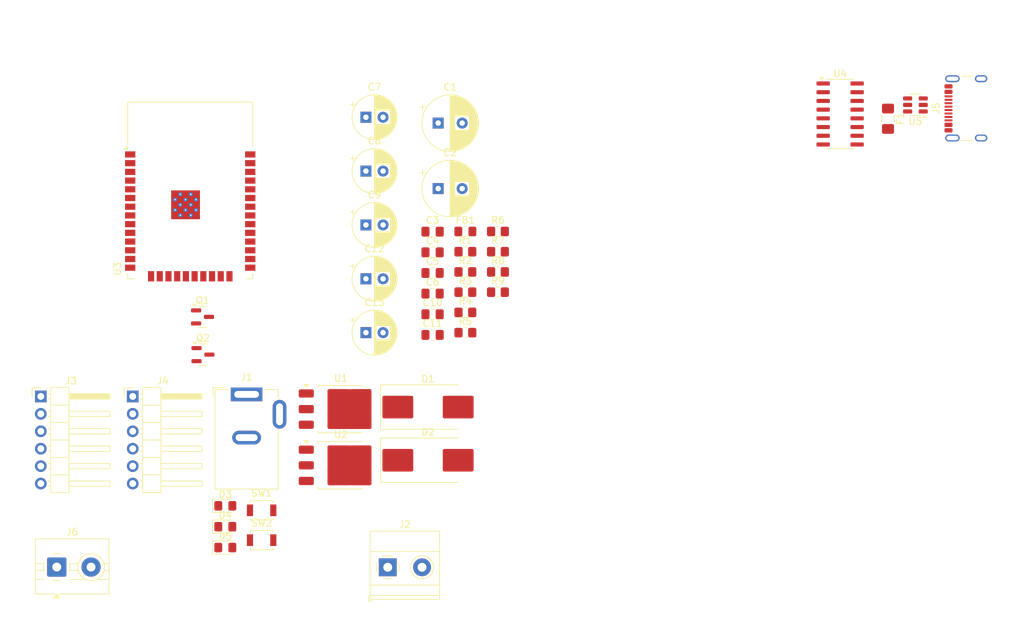
<source format=kicad_pcb>
(kicad_pcb (version 20241229) (generator "pcbnew") (generator_version "9.0")
  (layers (0 "F.Cu" signal) (2 "B.Cu" signal) (13 "F.Paste" user) (15 "B.Paste" user) (5 "F.SilkS" user "F.Silkscreen") (7 "B.SilkS" user "B.Silkscreen") (1 "F.Mask" user) (3 "B.Mask" user) (25 "Edge.Cuts" user))
  (net 0 "")
  (net 1 "GNDREF")
  (net 2 "+12V")
  (net 3 "+5V")
  (net 4 "+3.3V")
  (net 5 "Net-(U3-VDD)")
  (net 6 "Net-(D1-A)")
  (net 7 "Net-(D2-A)")
  (net 8 "Net-(D3-A)")
  (net 9 "Net-(D4-A)")
  (net 10 "Net-(D5-A)")
  (net 11 "/TXD2")
  (net 14 "/RXD2")
  (net 15 "/Rx")
  (net 16 "/En")
  (net 17 "/Tx")
  (net 18 "/Boot")
  (net 19 "Net-(U3-IO2)")
  (net 47 "/+5v Bus")
  (net 48 "Net-(J6-Pin_2)")
  (net 49 "Net-(J5-CC1)")
  (net 50 "Net-(J5-CC2)")
  (net 52 "Net-(J5-D+-PadA6)")
  (net 54 "Net-(J5-D--PadA7)")
  (net 55 "Net-(Q1-B)")
  (net 56 "/RTS")
  (net 57 "Net-(Q2-B)")
  (net 58 "/DTR")
  (net 63 "/D_N")
  (net 66 "/D_P")
  (footprint "LED_SMD:LED_0805_2012Metric_Pad1.15x1.40mm_HandSolder" (layer "F.Cu") (at 78.82 118.16)
    (property "Reference" "D4" (at 0 -1.65 0) (layer "F.SilkS"))
    (property "Value" "Red_0805")
    (pad "1" smd roundrect (at -1.025 0) (size 1.15 1.4) (layers "F.Cu" "F.Mask" "F.Paste") (roundrect_rratio 0.217391) (net 1 "GNDREF"))
    (pad "2" smd roundrect (at 1.025 0) (size 1.15 1.4) (layers "F.Cu" "F.Mask" "F.Paste") (roundrect_rratio 0.217391) (net 9 "Net-(D4-A)"))
  )
  (footprint "Resistor_SMD:R_0805_2012Metric_Pad1.20x1.40mm_HandSolder" (layer "F.Cu") (at 113.815 89.875)
    (property "Reference" "R5" (at 0 -1.65 0) (layer "F.SilkS"))
    (property "Value" "470_0805")
    (pad "1" smd roundrect (at -1 0) (size 1.2 1.4) (layers "F.Cu" "F.Mask" "F.Paste") (roundrect_rratio 0.208333) (net 10 "Net-(D5-A)"))
    (pad "2" smd roundrect (at 1 0) (size 1.2 1.4) (layers "F.Cu" "F.Mask" "F.Paste") (roundrect_rratio 0.208333) (net 19 "Net-(U3-IO2)"))
  )
  (footprint "Capacitor_THT:CP_Radial_D8.0mm_P3.50mm" (layer "F.Cu") (at 109.8497 68.875)
    (property "Reference" "C2" (at 1.75 -5.25 0) (layer "F.SilkS"))
    (property "Value" "100uF/25V_THT")
    (pad "1" thru_hole rect (at 0 0) (size 1.6 1.6) (drill 0.8) (layers "*.Cu" "*.Mask") (net 3 "+5V"))
    (pad "2" thru_hole circle (at 3.5 0) (size 1.6 1.6) (drill 0.8) (layers "*.Cu" "*.Mask") (net 1 "GNDREF"))
  )
  (footprint "Capacitor_THT:CP_Radial_D6.3mm_P2.50mm" (layer "F.Cu") (at 99.3176 89.875)
    (property "Reference" "C13" (at 1.25 -4.4 0) (layer "F.SilkS"))
    (property "Value" "10uF")
    (pad "1" thru_hole rect (at 0 0) (size 1.6 1.6) (drill 0.8) (layers "*.Cu" "*.Mask") (net 47 "/+5v Bus"))
    (pad "2" thru_hole circle (at 2.5 0) (size 1.6 1.6) (drill 0.8) (layers "*.Cu" "*.Mask") (net 1 "GNDREF"))
  )
  (footprint "Capacitor_THT:CP_Radial_D6.3mm_P2.50mm" (layer "F.Cu") (at 99.3176 82.025)
    (property "Reference" "C12" (at 1.25 -4.4 0) (layer "F.SilkS"))
    (property "Value" "10uF")
    (pad "1" thru_hole rect (at 0 0) (size 1.6 1.6) (drill 0.8) (layers "*.Cu" "*.Mask") (net 4 "+3.3V"))
    (pad "2" thru_hole circle (at 2.5 0) (size 1.6 1.6) (drill 0.8) (layers "*.Cu" "*.Mask") (net 1 "GNDREF"))
  )
  (footprint "Capacitor_SMD:C_0805_2012Metric_Pad1.18x1.45mm_HandSolder" (layer "F.Cu") (at 109.035 87.195)
    (property "Reference" "C10" (at 0 -1.68 0) (layer "F.SilkS"))
    (property "Value" "0.1uF_0805")
    (pad "1" smd roundrect (at -1.0375 0) (size 1.175 1.45) (layers "F.Cu" "F.Mask" "F.Paste") (roundrect_rratio 0.212766) (net 5 "Net-(U3-VDD)"))
    (pad "2" smd roundrect (at 1.0375 0) (size 1.175 1.45) (layers "F.Cu" "F.Mask" "F.Paste") (roundrect_rratio 0.212766) (net 1 "GNDREF"))
  )
  (footprint "Resistor_SMD:R_0805_2012Metric_Pad1.20x1.40mm_HandSolder" (layer "F.Cu") (at 118.565 75.125)
    (property "Reference" "R6" (at 0 -1.65 0) (layer "F.SilkS"))
    (property "Value" "10k_0805")
    (pad "1" smd roundrect (at -1 0) (size 1.2 1.4) (layers "F.Cu" "F.Mask" "F.Paste") (roundrect_rratio 0.208333) (net 55 "Net-(Q1-B)"))
    (pad "2" smd roundrect (at 1 0) (size 1.2 1.4) (layers "F.Cu" "F.Mask" "F.Paste") (roundrect_rratio 0.208333) (net 58 "/DTR"))
  )
  (footprint "LED_SMD:LED_0805_2012Metric_Pad1.15x1.40mm_HandSolder" (layer "F.Cu") (at 78.82 121.2)
    (property "Reference" "D5" (at 0 -1.65 0) (layer "F.SilkS"))
    (property "Value" "Red_0805")
    (pad "1" smd roundrect (at -1.025 0) (size 1.15 1.4) (layers "F.Cu" "F.Mask" "F.Paste") (roundrect_rratio 0.217391) (net 1 "GNDREF"))
    (pad "2" smd roundrect (at 1.025 0) (size 1.15 1.4) (layers "F.Cu" "F.Mask" "F.Paste") (roundrect_rratio 0.217391) (net 10 "Net-(D5-A)"))
  )
  (footprint "Capacitor_SMD:C_0805_2012Metric_Pad1.18x1.45mm_HandSolder" (layer "F.Cu") (at 109.035 78.165)
    (property "Reference" "C4" (at 0 -1.68 0) (layer "F.SilkS"))
    (property "Value" "0.1uF_0805")
    (pad "1" smd roundrect (at -1.0375 0) (size 1.175 1.45) (layers "F.Cu" "F.Mask" "F.Paste") (roundrect_rratio 0.212766) (net 3 "+5V"))
    (pad "2" smd roundrect (at 1.0375 0) (size 1.175 1.45) (layers "F.Cu" "F.Mask" "F.Paste") (roundrect_rratio 0.212766) (net 1 "GNDREF"))
  )
  (footprint "Package_TO_SOT_SMD:SOT-23" (layer "F.Cu") (at 75.5 87.58)
    (property "Reference" "Q1" (at 0 -2.4 0) (layer "F.SilkS"))
    (property "Value" "BC817")
    (pad "1" smd roundrect (at -0.9375 -0.95) (size 1.475 0.6) (layers "F.Cu" "F.Mask" "F.Paste") (net 55 "Net-(Q1-B)"))
    (pad "2" smd roundrect (at -0.9375 0.95) (size 1.475 0.6) (layers "F.Cu" "F.Mask" "F.Paste") (net 56 "/RTS"))
    (pad "3" smd roundrect (at 0.9375 0) (size 1.475 0.6) (layers "F.Cu" "F.Mask" "F.Paste") (net 16 "/En"))
  )
  (footprint "Capacitor_THT:CP_Radial_D6.3mm_P2.50mm" (layer "F.Cu") (at 99.3176 58.475)
    (property "Reference" "C7" (at 1.25 -4.4 0) (layer "F.SilkS"))
    (property "Value" "10uF/25V_THT")
    (pad "1" thru_hole rect (at 0 0) (size 1.6 1.6) (drill 0.8) (layers "*.Cu" "*.Mask") (net 3 "+5V"))
    (pad "2" thru_hole circle (at 2.5 0) (size 1.6 1.6) (drill 0.8) (layers "*.Cu" "*.Mask") (net 1 "GNDREF"))
  )
  (footprint "Resistor_SMD:R_0805_2012Metric_Pad1.20x1.40mm_HandSolder" (layer "F.Cu") (at 118.565 83.975)
    (property "Reference" "R9" (at 0 -1.65 0) (layer "F.SilkS"))
    (property "Value" "10k_0805")
    (pad "1" smd roundrect (at -1 0) (size 1.2 1.4) (layers "F.Cu" "F.Mask" "F.Paste") (roundrect_rratio 0.208333) (net 1 "GNDREF"))
    (pad "2" smd roundrect (at 1 0) (size 1.2 1.4) (layers "F.Cu" "F.Mask" "F.Paste") (roundrect_rratio 0.208333) (net 50 "Net-(J5-CC2)"))
  )
  (footprint "Connector_USB:USB_C_Receptacle_GCT_USB4105-xx-A_16P_TopMnt_Horizontal" (layer "F.Cu") (at 187.925 57.18 90)
    (property "Reference" "J5" (at 0 -5.5 90) (layer "F.SilkS"))
    (property "Value" "USB_C_Receptacle_USB2.0_16P")
    (pad "" np_thru_hole circle (at -2.89 -2.605 90) (size 0.65 0.65) (drill 0.65) (layers "*.Cu" "*.Mask"))
    (pad "" np_thru_hole circle (at 2.89 -2.605 90) (size 0.65 0.65) (drill 0.65) (layers "*.Cu" "*.Mask"))
    (pad "A1" smd roundrect (at -3.2 -3.68 90) (size 0.6 1.15) (layers "F.Cu" "F.Mask" "F.Paste") (net 1 "GNDREF"))
    (pad "A4" smd roundrect (at -2.4 -3.68 90) (size 0.6 1.15) (layers "F.Cu" "F.Mask" "F.Paste") (net 47 "/+5v Bus"))
    (pad "A5" smd roundrect (at -1.25 -3.68 90) (size 0.3 1.15) (layers "F.Cu" "F.Mask" "F.Paste") (net 49 "Net-(J5-CC1)"))
    (pad "A6" smd roundrect (at -0.25 -3.68 90) (size 0.3 1.15) (layers "F.Cu" "F.Mask" "F.Paste") (net 52 "Net-(J5-D+-PadA6)"))
    (pad "A7" smd roundrect (at 0.25 -3.68 90) (size 0.3 1.15) (layers "F.Cu" "F.Mask" "F.Paste") (net 54 "Net-(J5-D--PadA7)"))
    (pad "A8" smd roundrect (at 1.25 -3.68 90) (size 0.3 1.15) (layers "F.Cu" "F.Mask" "F.Paste"))
    (pad "A9" smd roundrect (at 2.4 -3.68 90) (size 0.6 1.15) (layers "F.Cu" "F.Mask" "F.Paste") (net 47 "/+5v Bus"))
    (pad "A12" smd roundrect (at 3.2 -3.68 90) (size 0.6 1.15) (layers "F.Cu" "F.Mask" "F.Paste") (net 1 "GNDREF"))
    (pad "B1" smd roundrect (at 3.2 -3.68 90) (size 0.6 1.15) (layers "F.Cu" "F.Mask" "F.Paste") (net 1 "GNDREF"))
    (pad "B4" smd roundrect (at 2.4 -3.68 90) (size 0.6 1.15) (layers "F.Cu" "F.Mask" "F.Paste") (net 47 "/+5v Bus"))
    (pad "B5" smd roundrect (at 1.75 -3.68 90) (size 0.3 1.15) (layers "F.Cu" "F.Mask" "F.Paste") (net 50 "Net-(J5-CC2)"))
    (pad "B6" smd roundrect (at 0.75 -3.68 90) (size 0.3 1.15) (layers "F.Cu" "F.Mask" "F.Paste") (net 52 "Net-(J5-D+-PadA6)"))
    (pad "B7" smd roundrect (at -0.75 -3.68 90) (size 0.3 1.15) (layers "F.Cu" "F.Mask" "F.Paste") (net 54 "Net-(J5-D--PadA7)"))
    (pad "B8" smd roundrect (at -1.75 -3.68 90) (size 0.3 1.15) (layers "F.Cu" "F.Mask" "F.Paste"))
    (pad "B9" smd roundrect (at -2.4 -3.68 90) (size 0.6 1.15) (layers "F.Cu" "F.Mask" "F.Paste") (net 47 "/+5v Bus"))
    (pad "B12" smd roundrect (at -3.2 -3.68 90) (size 0.6 1.15) (layers "F.Cu" "F.Mask" "F.Paste") (net 1 "GNDREF"))
    (pad "S1" thru_hole oval (at -4.32 -3.105 90) (size 1 2.1) (drill oval 0.6 1.7) (property pad_prop_heatsink) (layers "*.Cu" "*.Mask" "F.Paste") (net 1 "GNDREF"))
    (pad "S1" thru_hole oval (at -4.32 1.075 90) (size 1 1.8) (drill oval 0.6 1.4) (property pad_prop_heatsink) (layers "*.Cu" "*.Mask" "F.Paste") (net 1 "GNDREF"))
    (pad "S1" thru_hole oval (at 4.32 -3.105 90) (size 1 2.1) (drill oval 0.6 1.7) (property pad_prop_heatsink) (layers "*.Cu" "*.Mask" "F.Paste") (net 1 "GNDREF"))
    (pad "S1" thru_hole oval (at 4.32 1.075 90) (size 1 1.8) (drill oval 0.6 1.4) (property pad_prop_heatsink) (layers "*.Cu" "*.Mask" "F.Paste") (net 1 "GNDREF"))
  )
  (footprint "Package_TO_SOT_SMD:TO-252-3_TabPin2" (layer "F.Cu") (at 95.665 109.215)
    (property "Reference" "U2" (at 0 -4.5 0) (layer "F.SilkS"))
    (property "Value" "LM1117MP-3.3")
    (pad "1" smd roundrect (at -5.04 -2.28) (size 2.2 1.2) (layers "F.Cu" "F.Mask" "F.Paste") (roundrect_rratio 0.208333) (net 1 "GNDREF"))
    (pad "2" smd roundrect (at -5.04 0) (size 2.2 1.2) (layers "F.Cu" "F.Mask" "F.Paste") (roundrect_rratio 0.208333) (net 4 "+3.3V"))
    (pad "2" smd roundrect (at -0.415 -1.525) (size 3.05 2.75) (layers "F.Cu" "F.Paste") (roundrect_rratio 0.090909) (net 4 "+3.3V"))
    (pad "2" smd roundrect (at -0.415 1.525) (size 3.05 2.75) (layers "F.Cu" "F.Paste") (roundrect_rratio 0.090909) (net 4 "+3.3V"))
    (pad "2" smd roundrect (at 1.26 0) (size 6.4 5.8) (layers "F.Cu" "F.Mask") (roundrect_rratio 0.043103) (net 4 "+3.3V"))
    (pad "2" smd roundrect (at 2.935 -1.525) (size 3.05 2.75) (layers "F.Cu" "F.Paste") (roundrect_rratio 0.090909) (net 4 "+3.3V"))
    (pad "2" smd roundrect (at 2.935 1.525) (size 3.05 2.75) (layers "F.Cu" "F.Paste") (roundrect_rratio 0.090909) (net 4 "+3.3V"))
    (pad "3" smd roundrect (at -5.04 2.28) (size 2.2 1.2) (layers "F.Cu" "F.Mask" "F.Paste") (roundrect_rratio 0.208333) (net 3 "+5V"))
  )
  (footprint "Resistor_SMD:R_0805_2012Metric_Pad1.20x1.40mm_HandSolder" (layer "F.Cu") (at 113.815 81.025)
    (property "Reference" "R2" (at 0 -1.65 0) (layer "F.SilkS"))
    (property "Value" "470_0805")
    (pad "1" smd roundrect (at -1 0) (size 1.2 1.4) (layers "F.Cu" "F.Mask" "F.Paste") (roundrect_rratio 0.208333) (net 4 "+3.3V"))
    (pad "2" smd roundrect (at 1 0) (size 1.2 1.4) (layers "F.Cu" "F.Mask" "F.Paste") (roundrect_rratio 0.208333) (net 9 "Net-(D4-A)"))
  )
  (footprint "Inductor_SMD:L_0805_2012Metric_Pad1.15x1.40mm_HandSolder" (layer "F.Cu") (at 113.815 75.125)
    (property "Reference" "FB1" (at 0 -1.65 0) (layer "F.SilkS"))
    (property "Value" "FerriteBead")
    (pad "1" smd roundrect (at -1.025 0) (size 1.15 1.4) (layers "F.Cu" "F.Mask" "F.Paste") (roundrect_rratio 0.217391) (net 4 "+3.3V"))
    (pad "2" smd roundrect (at 1.025 0) (size 1.15 1.4) (layers "F.Cu" "F.Mask" "F.Paste") (roundrect_rratio 0.217391) (net 5 "Net-(U3-VDD)"))
  )
  (footprint "Button_Switch_SMD:SW_SPST_B3U-1000P-B" (layer "F.Cu") (at 84.115 120.125)
    (property "Reference" "SW2" (at 0 -2.5 0) (layer "F.SilkS"))
    (property "Value" "SW_Push")
    (pad "" np_thru_hole circle (at 0 0) (size 0.8 0.8) (drill 0.8) (layers "*.Cu" "*.Mask"))
    (pad "1" smd rect (at -1.7 0) (size 0.9 1.7) (layers "F.Cu" "F.Mask" "F.Paste") (net 18 "/Boot"))
    (pad "2" smd rect (at 1.7 0) (size 0.9 1.7) (layers "F.Cu" "F.Mask" "F.Paste") (net 1 "GNDREF"))
  )
  (footprint "Package_TO_SOT_SMD:SOT-23-6" (layer "F.Cu") (at 179.425 56.68 180)
    (property "Reference" "U5" (at 0 -2.4 0) (layer "F.SilkS"))
    (property "Value" "WE-TVS-82400102")
    (pad "1" smd roundrect (at -1.1375 -0.95 180) (size 1.325 0.6) (layers "F.Cu" "F.Mask" "F.Paste") (net 54 "Net-(J5-D--PadA7)"))
    (pad "2" smd roundrect (at -1.1375 0 180) (size 1.325 0.6) (layers "F.Cu" "F.Mask" "F.Paste") (net 1 "GNDREF"))
    (pad "3" smd roundrect (at -1.1375 0.95 180) (size 1.325 0.6) (layers "F.Cu" "F.Mask" "F.Paste") (net 52 "Net-(J5-D+-PadA6)"))
    (pad "4" smd roundrect (at 1.1375 0.95 180) (size 1.325 0.6) (layers "F.Cu" "F.Mask" "F.Paste") (net 66 "/D_P"))
    (pad "5" smd roundrect (at 1.1375 0 180) (size 1.325 0.6) (layers "F.Cu" "F.Mask" "F.Paste") (net 47 "/+5v Bus"))
    (pad "6" smd roundrect (at 1.1375 -0.95 180) (size 1.325 0.6) (layers "F.Cu" "F.Mask" "F.Paste") (net 63 "/D_N"))
  )
  (footprint "Connector_PinHeader_2.54mm:PinHeader_1x06_P2.54mm_Horizontal" (layer "F.Cu") (at 51.925 99.175)
    (property "Reference" "J3" (at 4.385 -2.27 0) (layer "F.SilkS"))
    (property "Value" "DWIN interface")
    (pad "1" thru_hole rect (at 0 0) (size 1.7 1.7) (drill 1) (layers "*.Cu" "*.Mask") (net 3 "+5V"))
    (pad "2" thru_hole oval (at 0 2.54) (size 1.7 1.7) (drill 1) (layers "*.Cu" "*.Mask"))
    (pad "3" thru_hole oval (at 0 5.08) (size 1.7 1.7) (drill 1) (layers "*.Cu" "*.Mask") (net 11 "/TXD2"))
    (pad "4" thru_hole oval (at 0 7.62) (size 1.7 1.7) (drill 1) (layers "*.Cu" "*.Mask") (net 14 "/RXD2"))
    (pad "5" thru_hole oval (at 0 10.16) (size 1.7 1.7) (drill 1) (layers "*.Cu" "*.Mask"))
    (pad "6" thru_hole oval (at 0 12.7) (size 1.7 1.7) (drill 1) (layers "*.Cu" "*.Mask") (net 1 "GNDREF"))
  )
  (footprint "Capacitor_THT:CP_Radial_D6.3mm_P2.50mm" (layer "F.Cu") (at 99.3176 66.325)
    (property "Reference" "C8" (at 1.25 -4.4 0) (layer "F.SilkS"))
    (property "Value" "10uF/25V_THT")
    (pad "1" thru_hole rect (at 0 0) (size 1.6 1.6) (drill 0.8) (layers "*.Cu" "*.Mask") (net 4 "+3.3V"))
    (pad "2" thru_hole circle (at 2.5 0) (size 1.6 1.6) (drill 0.8) (layers "*.Cu" "*.Mask") (net 1 "GNDREF"))
  )
  (footprint "Diode_SMD:D_SMC_Handsoldering" (layer "F.Cu") (at 108.37 108.475)
    (property "Reference" "D2" (at 0 -4.1 0) (layer "F.SilkS"))
    (property "Value" "SS54")
    (pad "1" smd roundrect (at -4.4 0 90) (size 3.3 4.5) (layers "F.Cu" "F.Mask" "F.Paste") (roundrect_rratio 0.0757575758) (net 3 "+5V"))
    (pad "2" smd roundrect (at 4.4 0 90) (size 3.3 4.5) (layers "F.Cu" "F.Mask" "F.Paste") (roundrect_rratio 0.0757575758) (net 7 "Net-(D2-A)"))
  )
  (footprint "Fuse:Fuse_1206_3216Metric_Pad1.42x1.75mm_HandSolder" (layer "F.Cu") (at 175.425 58.6925 -90)
    (property "Reference" "F1" (at 0 -1.82 90) (layer "F.SilkS"))
    (property "Value" "Polyfuse")
    (pad "1" smd roundrect (at -1.4875 0 270) (size 1.425 1.75) (layers "F.Cu" "F.Mask" "F.Paste") (roundrect_rratio 0.175439) (net 47 "/+5v Bus"))
    (pad "2" smd roundrect (at 1.4875 0 270) (size 1.425 1.75) (layers "F.Cu" "F.Mask" "F.Paste") (roundrect_rratio 0.175439) (net 48 "Net-(J6-Pin_2)"))
  )
  (footprint "Resistor_SMD:R_0805_2012Metric_Pad1.20x1.40mm_HandSolder" (layer "F.Cu") (at 113.815 83.975)
    (property "Reference" "R3" (at 0 -1.65 0) (layer "F.SilkS"))
    (property "Value" "10K_0805")
    (pad "1" smd roundrect (at -1 0) (size 1.2 1.4) (layers "F.Cu" "F.Mask" "F.Paste") (roundrect_rratio 0.208333) (net 5 "Net-(U3-VDD)"))
    (pad "2" smd roundrect (at 1 0) (size 1.2 1.4) (layers "F.Cu" "F.Mask" "F.Paste") (roundrect_rratio 0.208333) (net 16 "/En"))
  )
  (footprint "LED_SMD:LED_0805_2012Metric_Pad1.15x1.40mm_HandSolder" (layer "F.Cu") (at 78.82 115.12)
    (property "Reference" "D3" (at 0 -1.65 0) (layer "F.SilkS"))
    (property "Value" "Red_0805")
    (pad "1" smd roundrect (at -1.025 0) (size 1.15 1.4) (layers "F.Cu" "F.Mask" "F.Paste") (roundrect_rratio 0.217391) (net 1 "GNDREF"))
    (pad "2" smd roundrect (at 1.025 0) (size 1.15 1.4) (layers "F.Cu" "F.Mask" "F.Paste") (roundrect_rratio 0.217391) (net 8 "Net-(D3-A)"))
  )
  (footprint "Package_TO_SOT_SMD:SOT-23" (layer "F.Cu") (at 75.5625 93.08)
    (property "Reference" "Q2" (at 0 -2.4 0) (layer "F.SilkS"))
    (property "Value" "BC817")
    (pad "1" smd roundrect (at -0.9375 -0.95) (size 1.475 0.6) (layers "F.Cu" "F.Mask" "F.Paste") (net 57 "Net-(Q2-B)"))
    (pad "2" smd roundrect (at -0.9375 0.95) (size 1.475 0.6) (layers "F.Cu" "F.Mask" "F.Paste") (net 18 "/Boot"))
    (pad "3" smd roundrect (at 0.9375 0) (size 1.475 0.6) (layers "F.Cu" "F.Mask" "F.Paste") (net 58 "/DTR"))
  )
  (footprint "Capacitor_SMD:C_0805_2012Metric_Pad1.18x1.45mm_HandSolder" (layer "F.Cu") (at 109.035 90.205)
    (property "Reference" "C11" (at 0 -1.68 0) (layer "F.SilkS"))
    (property "Value" "0.1uF_0805")
    (pad "1" smd roundrect (at -1.0375 0) (size 1.175 1.45) (layers "F.Cu" "F.Mask" "F.Paste") (roundrect_rratio 0.212766) (net 4 "+3.3V"))
    (pad "2" smd roundrect (at 1.0375 0) (size 1.175 1.45) (layers "F.Cu" "F.Mask" "F.Paste") (roundrect_rratio 0.212766) (net 1 "GNDREF"))
  )
  (footprint "Resistor_SMD:R_0805_2012Metric_Pad1.20x1.40mm_HandSolder" (layer "F.Cu") (at 113.815 86.925)
    (property "Reference" "R4" (at 0 -1.65 0) (layer "F.SilkS"))
    (property "Value" "10K_0805")
    (pad "1" smd roundrect (at -1 0) (size 1.2 1.4) (layers "F.Cu" "F.Mask" "F.Paste") (roundrect_rratio 0.208333) (net 5 "Net-(U3-VDD)"))
    (pad "2" smd roundrect (at 1 0) (size 1.2 1.4) (layers "F.Cu" "F.Mask" "F.Paste") (roundrect_rratio 0.208333) (net 18 "/Boot"))
  )
  (footprint "Capacitor_THT:CP_Radial_D6.3mm_P2.50mm" (layer "F.Cu") (at 99.3176 74.175)
    (property "Reference" "C9" (at 1.25 -4.4 0) (layer "F.SilkS"))
    (property "Value" "10uF")
    (pad "1" thru_hole rect (at 0 0) (size 1.6 1.6) (drill 0.8) (layers "*.Cu" "*.Mask") (net 5 "Net-(U3-VDD)"))
    (pad "2" thru_hole circle (at 2.5 0) (size 1.6 1.6) (drill 0.8) (layers "*.Cu" "*.Mask") (net 1 "GNDREF"))
  )
  (footprint "Connector_BarrelJack:BarrelJack_GCT_DCJ200-10-A_Horizontal" (layer "F.Cu") (at 81.925 98.875)
    (property "Reference" "J1" (at 0 -2.5 0) (layer "F.SilkS"))
    (property "Value" "12V DC")
    (pad "1" thru_hole rect (at 0 0) (size 4.6 2) (drill oval 3.6 1) (layers "*.Cu" "*.Mask") (net 6 "Net-(D1-A)"))
    (pad "2" thru_hole oval (at 0 6.3) (size 4.2 2) (drill oval 3.2 1) (layers "*.Cu" "*.Mask") (net 1 "GNDREF"))
    (pad "3" thru_hole oval (at 4.8 2.9) (size 2 4.2) (drill oval 1 3.2) (layers "*.Cu" "*.Mask"))
  )
  (footprint "Capacitor_SMD:C_0805_2012Metric_Pad1.18x1.45mm_HandSolder" (layer "F.Cu") (at 109.035 81.175)
    (property "Reference" "C5" (at 0 -1.68 0) (layer "F.SilkS"))
    (property "Value" "0.1uF_0805")
    (pad "1" smd roundrect (at -1.0375 0) (size 1.175 1.45) (layers "F.Cu" "F.Mask" "F.Paste") (roundrect_rratio 0.212766) (net 3 "+5V"))
    (pad "2" smd roundrect (at 1.0375 0) (size 1.175 1.45) (layers "F.Cu" "F.Mask" "F.Paste") (roundrect_rratio 0.212766) (net 1 "GNDREF"))
  )
  (footprint "Capacitor_THT:CP_Radial_D8.0mm_P3.50mm" (layer "F.Cu") (at 109.8497 59.325)
    (property "Reference" "C1" (at 1.75 -5.25 0) (layer "F.SilkS"))
    (property "Value" "100uF/63V_THT")
    (pad "1" thru_hole rect (at 0 0) (size 1.6 1.6) (drill 0.8) (layers "*.Cu" "*.Mask") (net 2 "+12V"))
    (pad "2" thru_hole circle (at 3.5 0) (size 1.6 1.6) (drill 0.8) (layers "*.Cu" "*.Mask") (net 1 "GNDREF"))
  )
  (footprint "Package_TO_SOT_SMD:TO-252-3_TabPin2" (layer "F.Cu") (at 95.665 101.02)
    (property "Reference" "U1" (at 0 -4.5 0) (layer "F.SilkS"))
    (property "Value" "LM1117MP-5")
    (pad "1" smd roundrect (at -5.04 -2.28) (size 2.2 1.2) (layers "F.Cu" "F.Mask" "F.Paste") (roundrect_rratio 0.208333) (net 1 "GNDREF"))
    (pad "2" smd roundrect (at -5.04 0) (size 2.2 1.2) (layers "F.Cu" "F.Mask" "F.Paste") (roundrect_rratio 0.208333) (net 3 "+5V"))
    (pad "2" smd roundrect (at -0.415 -1.525) (size 3.05 2.75) (layers "F.Cu" "F.Paste") (roundrect_rratio 0.090909) (net 3 "+5V"))
    (pad "2" smd roundrect (at -0.415 1.525) (size 3.05 2.75) (layers "F.Cu" "F.Paste") (roundrect_rratio 0.090909) (net 3 "+5V"))
    (pad "2" smd roundrect (at 1.26 0) (size 6.4 5.8) (layers "F.Cu" "F.Mask") (roundrect_rratio 0.043103) (net 3 "+5V"))
    (pad "2" smd roundrect (at 2.935 -1.525) (size 3.05 2.75) (layers "F.Cu" "F.Paste") (roundrect_rratio 0.090909) (net 3 "+5V"))
    (pad "2" smd roundrect (at 2.935 1.525) (size 3.05 2.75) (layers "F.Cu" "F.Paste") (roundrect_rratio 0.090909) (net 3 "+5V"))
    (pad "3" smd roundrect (at -5.04 2.28) (size 2.2 1.2) (layers "F.Cu" "F.Mask" "F.Paste") (roundrect_rratio 0.208333) (net 2 "+12V"))
  )
  (footprint "RF_Module:ESP32-WROOM-32" (layer "F.Cu") (at 73.705 72.1475)
    (property "Reference" "U3" (at -10.61 8.43 90) (layer "F.SilkS"))
    (property "Value" "ESP32-WROOM-32")
    (pad "1" smd rect (at -8.75 -8.25) (size 1.5 0.9) (layers "F.Cu" "F.Mask" "F.Paste") (net 1 "GNDREF"))
    (pad "2" smd rect (at -8.75 -6.98) (size 1.5 0.9) (layers "F.Cu" "F.Mask" "F.Paste") (net 5 "Net-(U3-VDD)"))
    (pad "3" smd rect (at -8.75 -5.71) (size 1.5 0.9) (layers "F.Cu" "F.Mask" "F.Paste") (net 16 "/En"))
    (pad "4" smd rect (at -8.75 -4.44) (size 1.5 0.9) (layers "F.Cu" "F.Mask" "F.Paste"))
    (pad "5" smd rect (at -8.75 -3.17) (size 1.5 0.9) (layers "F.Cu" "F.Mask" "F.Paste"))
    (pad "6" smd rect (at -8.75 -1.9) (size 1.5 0.9) (layers "F.Cu" "F.Mask" "F.Paste"))
    (pad "7" smd rect (at -8.75 -0.63) (size 1.5 0.9) (layers "F.Cu" "F.Mask" "F.Paste"))
    (pad "8" smd rect (at -8.75 0.64) (size 1.5 0.9) (layers "F.Cu" "F.Mask" "F.Paste"))
    (pad "9" smd rect (at -8.75 1.91) (size 1.5 0.9) (layers "F.Cu" "F.Mask" "F.Paste"))
    (pad "10" smd rect (at -8.75 3.18) (size 1.5 0.9) (layers "F.Cu" "F.Mask" "F.Paste"))
    (pad "11" smd rect (at -8.75 4.45) (size 1.5 0.9) (layers "F.Cu" "F.Mask" "F.Paste"))
    (pad "12" smd rect (at -8.75 5.72) (size 1.5 0.9) (layers "F.Cu" "F.Mask" "F.Paste"))
    (pad "13" smd rect (at -8.75 6.99) (size 1.5 0.9) (layers "F.Cu" "F.Mask" "F.Paste"))
    (pad "14" smd rect (at -8.75 8.26) (size 1.5 0.9) (layers "F.Cu" "F.Mask" "F.Paste"))
    (pad "15" smd rect (at -5.71 9.51 90) (size 1.5 0.9) (layers "F.Cu" "F.Mask" "F.Paste") (net 1 "GNDREF"))
    (pad "16" smd rect (at -4.44 9.51 90) (size 1.5 0.9) (layers "F.Cu" "F.Mask" "F.Paste"))
    (pad "17" smd rect (at -3.17 9.51 90) (size 1.5 0.9) (layers "F.Cu" "F.Mask" "F.Paste"))
    (pad "18" smd rect (at -1.9 9.51 90) (size 1.5 0.9) (layers "F.Cu" "F.Mask" "F.Paste"))
    (pad "19" smd rect (at -0.63 9.51 90) (size 1.5 0.9) (layers "F.Cu" "F.Mask" "F.Paste"))
    (pad "20" smd rect (at 0.64 9.51 90) (size 1.5 0.9) (layers "F.Cu" "F.Mask" "F.Paste"))
    (pad "21" smd rect (at 1.91 9.51 90) (size 1.5 0.9) (layers "F.Cu" "F.Mask" "F.Paste"))
    (pad "22" smd rect (at 3.18 9.51 90) (size 1.5 0.9) (layers "F.Cu" "F.Mask" "F.Paste"))
    (pad "23" smd rect (at 4.45 9.51 90) (size 1.5 0.9) (layers "F.Cu" "F.Mask" "F.Paste"))
    (pad "24" smd rect (at 5.72 9.51 90) (size 1.5 0.9) (layers "F.Cu" "F.Mask" "F.Paste") (net 19 "Net-(U3-IO2)"))
    (pad "25" smd rect (at 8.75 8.26) (size 1.5 0.9) (layers "F.Cu" "F.Mask" "F.Paste") (net 18 "/Boot"))
    (pad "26" smd rect (at 8.75 6.99) (size 1.5 0.9) (layers "F.Cu" "F.Mask" "F.Paste"))
    (pad "27" smd rect (at 8.75 5.72) (size 1.5 0.9) (layers "F.Cu" "F.Mask" "F.Paste") (net 14 "/RXD2"))
    (pad "28" smd rect (at 8.75 4.45) (size 1.5 0.9) (layers "F.Cu" "F.Mask" "F.Paste") (net 11 "/TXD2"))
    (pad "29" smd rect (at 8.75 3.18) (size 1.5 0.9) (layers "F.Cu" "F.Mask" "F.Paste"))
    (pad "30" smd rect (at 8.75 1.91) (size 1.5 0.9) (layers "F.Cu" "F.Mask" "F.Paste"))
    (pad "31" smd rect (at 8.75 0.64) (size 1.5 0.9) (layers "F.Cu" "F.Mask" "F.Paste"))
    (pad "32" smd rect (at 8.75 -0.63) (size 1.5 0.9) (layers "F.Cu" "F.Mask" "F.Paste"))
    (pad "33" smd rect (at 8.75 -1.9) (size 1.5 0.9) (layers "F.Cu" "F.Mask" "F.Paste"))
    (pad "34" smd rect (at 8.75 -3.17) (size 1.5 0.9) (layers "F.Cu" "F.Mask" "F.Paste") (net 15 "/Rx"))
    (pad "35" smd rect (at 8.75 -4.44) (size 1.5 0.9) (layers "F.Cu" "F.Mask" "F.Paste") (net 17 "/Tx"))
    (pad "36" smd rect (at 8.75 -5.71) (size 1.5 0.9) (layers "F.Cu" "F.Mask" "F.Paste"))
    (pad "37" smd rect (at 8.75 -6.98) (size 1.5 0.9) (layers "F.Cu" "F.Mask" "F.Paste"))
    (pad "38" smd rect (at 8.75 -8.25) (size 1.5 0.9) (layers "F.Cu" "F.Mask" "F.Paste") (net 1 "GNDREF"))
    (pad "39" smd rect (at -2.205 -2.435) (size 1.05 1.05) (layers "F.Cu" "F.Paste") (net 1 "GNDREF"))
    (pad "39" thru_hole circle (at -2.205 -1.6725) (size 0.6 0.6) (drill 0.2) (property pad_prop_heatsink) (layers "*.Cu" "F.Mask") (net 1 "GNDREF"))
    (pad "39" smd rect (at -2.205 -0.91) (size 1.05 1.05) (layers "F.Cu" "F.Paste") (net 1 "GNDREF"))
    (pad "39" thru_hole circle (at -2.205 -0.1475) (size 0.6 0.6) (drill 0.2) (property pad_prop_heatsink) (layers "*.Cu" "F.Mask") (net 1 "GNDREF"))
    (pad "39" smd rect (at -2.205 0.615) (size 1.05 1.05) (layers "F.Cu" "F.Paste") (net 1 "GNDREF"))
    (pad "39" thru_hole circle (at -1.4425 -2.435) (size 0.6 0.6) (drill 0.2) (property pad_prop_heatsink) (layers "*.Cu" "F.Mask") (net 1 "GNDREF"))
    (pad "39" thru_hole circle (at -1.4425 -0.91) (size 0.6 0.6) (drill 0.2) (property pad_prop_heatsink) (layers "*.Cu" "F.Mask") (net 1 "GNDREF"))
    (pad "39" thru_hole circle (at -1.4425 0.615) (size 0.6 0.6) (drill 0.2) (property pad_prop_heatsink) (layers "*.Cu" "F.Mask") (net 1 "GNDREF"))
    (pad "39" smd rect (at -0.68 -2.435) (size 1.05 1.05) (layers "F.Cu" "F.Paste") (net 1 "GNDREF"))
    (pad "39" thru_hole circle (at -0.68 -1.6725) (size 0.6 0.6) (drill 0.2) (property pad_prop_heatsink) (layers "*.Cu" "F.Mask") (net 1 "GNDREF"))
    (pad "39" smd rect (at -0.68 -0.91) (size 1.05 1.05) (layers "F.Cu" "F.Paste") (net 1 "GNDREF"))
    (pad "39" smd rect (at -0.68 -0.91) (size 4.2 4.2) (property pad_prop_heatsink) (layers "F.Cu" "F.Mask") (net 1 "GNDREF"))
    (pad "39" thru_hole circle (at -0.68 -0.1475) (size 0.6 0.6) (drill 0.2) (property pad_prop_heatsink) (layers "*.Cu" "F.Mask") (net 1 "GNDREF"))
    (pad "39" smd rect (at -0.68 0.615) (size 1.05 1.05) (layers "F.Cu" "F.Paste") (net 1 "GNDREF"))
    (pad "39" thru_hole circle (at 0.0825 -2.435) (size 0.6 0.6) (drill 0.2) (property pad_prop_heatsink) (layers "*.Cu" "F.Mask") (net 1 "GNDREF"))
    (pad "39" thru_hole circle (at 0.0825 -0.91) (size 0.6 0.6) (drill 0.2) (property pad_prop_heatsink) (layers "*.Cu" "F.Mask") (net 1 "GNDREF"))
    (pad "39" thru_hole circle (at 0.0825 0.615) (size 0.6 0.6) (drill 0.2) (property pad_prop_heatsink) (layers "*.Cu" "F.Mask") (net 1 "GNDREF"))
    (pad "39" smd rect (at 0.845 -2.435) (size 1.05 1.05) (layers "F.Cu" "F.Paste") (net 1 "GNDREF"))
    (pad "39" thru_hole circle (at 0.845 -1.6725) (size 0.6 0.6) (drill 0.2) (property pad_prop_heatsink) (layers "*.Cu" "F.Mask") (net 1 "GNDREF"))
    (pad "39" smd rect (at 0.845 -0.91) (size 1.05 1.05) (layers "F.Cu" "F.Paste") (net 1 "GNDREF"))
    (pad "39" thru_hole circle (at 0.845 -0.1475) (size 0.6 0.6) (drill 0.2) (property pad_prop_heatsink) (layers "*.Cu" "F.Mask") (net 1 "GNDREF"))
    (pad "39" smd rect (at 0.845 0.615) (size 1.05 1.05) (layers "F.Cu" "F.Paste") (net 1 "GNDREF"))
  )
  (footprint "Diode_SMD:D_SMC_Handsoldering" (layer "F.Cu") (at 108.37 100.725)
    (property "Reference" "D1" (at 0 -4.1 0) (layer "F.SilkS"))
    (property "Value" "SS54")
    (pad "1" smd roundrect (at -4.4 0 90) (size 3.3 4.5) (layers "F.Cu" "F.Mask" "F.Paste") (roundrect_rratio 0.0757575758) (net 2 "+12V"))
    (pad "2" smd roundrect (at 4.4 0 90) (size 3.3 4.5) (layers "F.Cu" "F.Mask" "F.Paste") (roundrect_rratio 0.0757575758) (net 6 "Net-(D1-A)"))
  )
  (footprint "Capacitor_SMD:C_0805_2012Metric_Pad1.18x1.45mm_HandSolder" (layer "F.Cu") (at 109.035 75.155)
    (property "Reference" "C3" (at 0 -1.68 0) (layer "F.SilkS"))
    (property "Value" "0.1uF_0805")
    (pad "1" smd roundrect (at -1.0375 0) (size 1.175 1.45) (layers "F.Cu" "F.Mask" "F.Paste") (roundrect_rratio 0.212766) (net 2 "+12V"))
    (pad "2" smd roundrect (at 1.0375 0) (size 1.175 1.45) (layers "F.Cu" "F.Mask" "F.Paste") (roundrect_rratio 0.212766) (net 1 "GNDREF"))
  )
  (footprint "Capacitor_SMD:C_0805_2012Metric_Pad1.18x1.45mm_HandSolder" (layer "F.Cu") (at 109.035 84.185)
    (property "Reference" "C6" (at 0 -1.68 0) (layer "F.SilkS"))
    (property "Value" "0.1uF_0805")
    (pad "1" smd roundrect (at -1.0375 0) (size 1.175 1.45) (layers "F.Cu" "F.Mask" "F.Paste") (roundrect_rratio 0.212766) (net 4 "+3.3V"))
    (pad "2" smd roundrect (at 1.0375 0) (size 1.175 1.45) (layers "F.Cu" "F.Mask" "F.Paste") (roundrect_rratio 0.212766) (net 1 "GNDREF"))
  )
  (footprint "Resistor_SMD:R_0805_2012Metric_Pad1.20x1.40mm_HandSolder" (layer "F.Cu") (at 113.815 78.075)
    (property "Reference" "R1" (at 0 -1.65 0) (layer "F.SilkS"))
    (property "Value" "470_0805")
    (pad "1" smd roundrect (at -1 0) (size 1.2 1.4) (layers "F.Cu" "F.Mask" "F.Paste") (roundrect_rratio 0.208333) (net 3 "+5V"))
    (pad "2" smd roundrect (at 1 0) (size 1.2 1.4) (layers "F.Cu" "F.Mask" "F.Paste") (roundrect_rratio 0.208333) (net 8 "Net-(D3-A)"))
  )
  (footprint "TerminalBlock_Phoenix:TerminalBlock_Phoenix_MKDS-1,5-2_1x02_P5.00mm_Horizontal" (layer "F.Cu") (at 102.5 124.08)
    (property "Reference" "J2" (at 2.5 -6.26 0) (layer "F.SilkS"))
    (property "Value" "5V DC")
    (pad "1" thru_hole rect (at 0 0) (size 2.6 2.6) (drill 1.3) (layers "*.Cu" "*.Mask") (net 7 "Net-(D2-A)"))
    (pad "2" thru_hole circle (at 5 0) (size 2.6 2.6) (drill 1.3) (layers "*.Cu" "*.Mask") (net 1 "GNDREF"))
  )
  (footprint "Button_Switch_SMD:SW_SPST_B3U-1000P-B" (layer "F.Cu") (at 84.115 115.775)
    (property "Reference" "SW1" (at 0 -2.5 0) (layer "F.SilkS"))
    (property "Value" "SW_Push")
    (pad "" np_thru_hole circle (at 0 0) (size 0.8 0.8) (drill 0.8) (layers "*.Cu" "*.Mask"))
    (pad "1" smd rect (at -1.7 0) (size 0.9 1.7) (layers "F.Cu" "F.Mask" "F.Paste") (net 1 "GNDREF"))
    (pad "2" smd rect (at 1.7 0) (size 0.9 1.7) (layers "F.Cu" "F.Mask" "F.Paste") (net 16 "/En"))
  )
  (footprint "Connector_PinHeader_2.54mm:PinHeader_1x06_P2.54mm_Horizontal" (layer "F.Cu") (at 65.325 99.175)
    (property "Reference" "J4" (at 4.385 -2.27 0) (layer "F.SilkS"))
    (property "Value" "Programming Interface")
    (pad "1" thru_hole rect (at 0 0) (size 1.7 1.7) (drill 1) (layers "*.Cu" "*.Mask") (net 18 "/Boot"))
    (pad "2" thru_hole oval (at 0 2.54) (size 1.7 1.7) (drill 1) (layers "*.Cu" "*.Mask") (net 15 "/Rx"))
    (pad "3" thru_hole oval (at 0 5.08) (size 1.7 1.7) (drill 1) (layers "*.Cu" "*.Mask") (net 17 "/Tx"))
    (pad "4" thru_hole oval (at 0 7.62) (size 1.7 1.7) (drill 1) (layers "*.Cu" "*.Mask") (net 16 "/En"))
    (pad "5" thru_hole oval (at 0 10.16) (size 1.7 1.7) (drill 1) (layers "*.Cu" "*.Mask") (net 4 "+3.3V"))
    (pad "6" thru_hole oval (at 0 12.7) (size 1.7 1.7) (drill 1) (layers "*.Cu" "*.Mask") (net 1 "GNDREF"))
  )
  (footprint "Resistor_SMD:R_0805_2012Metric_Pad1.20x1.40mm_HandSolder" (layer "F.Cu") (at 118.565 81.025)
    (property "Reference" "R8" (at 0 -1.65 0) (layer "F.SilkS"))
    (property "Value" "10k_0805")
    (pad "1" smd roundrect (at -1 0) (size 1.2 1.4) (layers "F.Cu" "F.Mask" "F.Paste") (roundrect_rratio 0.208333) (net 1 "GNDREF"))
    (pad "2" smd roundrect (at 1 0) (size 1.2 1.4) (layers "F.Cu" "F.Mask" "F.Paste") (roundrect_rratio 0.208333) (net 49 "Net-(J5-CC1)"))
  )
  (footprint "Package_SO:SOIC-16_3.9x9.9mm_P1.27mm" (layer "F.Cu") (at 168.45 58)
    (property "Reference" "U4" (at 0 -5.9 0) (layer "F.SilkS"))
    (property "Value" "CH340C")
    (pad "1" smd roundrect (at -2.475 -4.445) (size 1.95 0.6) (layers "F.Cu" "F.Mask" "F.Paste") (net 1 "GNDREF"))
    (pad "2" smd roundrect (at -2.475 -3.175) (size 1.95 0.6) (layers "F.Cu" "F.Mask" "F.Paste") (net 15 "/Rx"))
    (pad "3" smd roundrect (at -2.475 -1.905) (size 1.95 0.6) (layers "F.Cu" "F.Mask" "F.Paste") (net 17 "/Tx"))
    (pad "4" smd roundrect (at -2.475 -0.635) (size 1.95 0.6) (layers "F.Cu" "F.Mask" "F.Paste") (net 4 "+3.3V"))
    (pad "5" smd roundrect (at -2.475 0.635) (size 1.95 0.6) (layers "F.Cu" "F.Mask" "F.Paste") (net 66 "/D_P"))
    (pad "6" smd roundrect (at -2.475 1.905) (size 1.95 0.6) (layers "F.Cu" "F.Mask" "F.Paste") (net 63 "/D_N"))
    (pad "7" smd roundrect (at -2.475 3.175) (size 1.95 0.6) (layers "F.Cu" "F.Mask" "F.Paste"))
    (pad "8" smd roundrect (at -2.475 4.445) (size 1.95 0.6) (layers "F.Cu" "F.Mask" "F.Paste"))
    (pad "9" smd roundrect (at 2.475 4.445) (size 1.95 0.6) (layers "F.Cu" "F.Mask" "F.Paste"))
    (pad "10" smd roundrect (at 2.475 3.175) (size 1.95 0.6) (layers "F.Cu" "F.Mask" "F.Paste"))
    (pad "11" smd roundrect (at 2.475 1.905) (size 1.95 0.6) (layers "F.Cu" "F.Mask" "F.Paste"))
    (pad "12" smd roundrect (at 2.475 0.635) (size 1.95 0.6) (layers "F.Cu" "F.Mask" "F.Paste"))
    (pad "13" smd roundrect (at 2.475 -0.635) (size 1.95 0.6) (layers "F.Cu" "F.Mask" "F.Paste") (net 58 "/DTR"))
    (pad "14" smd roundrect (at 2.475 -1.905) (size 1.95 0.6) (layers "F.Cu" "F.Mask" "F.Paste") (net 56 "/RTS"))
    (pad "15" smd roundrect (at 2.475 -3.175) (size 1.95 0.6) (layers "F.Cu" "F.Mask" "F.Paste"))
    (pad "16" smd roundrect (at 2.475 -4.445) (size 1.95 0.6) (layers "F.Cu" "F.Mask" "F.Paste") (net 4 "+3.3V"))
  )
  (footprint "TerminalBlock:TerminalBlock_MaiXu_MX126-5.0-02P_1x02_P5.00mm" (layer "F.Cu") (at 54.25 124.0475)
    (property "Reference" "J6" (at 2.25 -5.12 0) (layer "F.SilkS"))
    (property "Value" "~")
    (pad "1" thru_hole roundrect (at 0 0) (size 2.8 2.8) (drill 1.3) (layers "*.Cu" "*.Mask") (roundrect_rratio 0.089286) (net 3 "+5V"))
    (pad "2" thru_hole circle (at 5 0) (size 2.8 2.8) (drill 1.3) (layers "*.Cu" "*.Mask") (net 48 "Net-(J6-Pin_2)"))
  )
  (footprint "Resistor_SMD:R_0805_2012Metric_Pad1.20x1.40mm_HandSolder" (layer "F.Cu") (at 118.565 78.075)
    (property "Reference" "R7" (at 0 -1.65 0) (layer "F.SilkS"))
    (property "Value" "10k_0805")
    (pad "1" smd roundrect (at -1 0) (size 1.2 1.4) (layers "F.Cu" "F.Mask" "F.Paste") (roundrect_rratio 0.208333) (net 57 "Net-(Q2-B)"))
    (pad "2" smd roundrect (at 1 0) (size 1.2 1.4) (layers "F.Cu" "F.Mask" "F.Paste") (roundrect_rratio 0.208333) (net 56 "/RTS"))
  )
)
</source>
